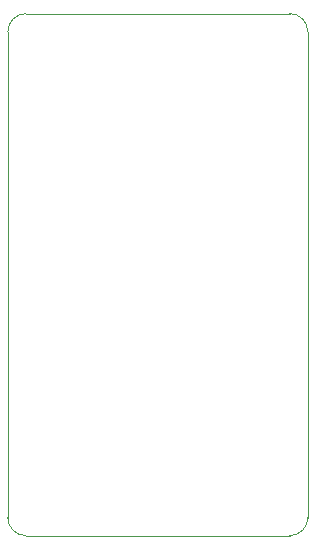
<source format=gbr>
%TF.GenerationSoftware,KiCad,Pcbnew,(5.1.9)-1*%
%TF.CreationDate,2021-12-20T22:20:38-08:00*%
%TF.ProjectId,MCL-102-2,4d434c2d-3130-4322-9d32-2e6b69636164,rev?*%
%TF.SameCoordinates,Original*%
%TF.FileFunction,Profile,NP*%
%FSLAX46Y46*%
G04 Gerber Fmt 4.6, Leading zero omitted, Abs format (unit mm)*
G04 Created by KiCad (PCBNEW (5.1.9)-1) date 2021-12-20 22:20:38*
%MOMM*%
%LPD*%
G01*
G04 APERTURE LIST*
%TA.AperFunction,Profile*%
%ADD10C,0.050000*%
%TD*%
G04 APERTURE END LIST*
D10*
X128524000Y-127000000D02*
G75*
G02*
X127000000Y-125476000I0J1524000D01*
G01*
X152400000Y-125476000D02*
G75*
G02*
X150876000Y-127000000I-1524000J0D01*
G01*
X150876000Y-82804000D02*
G75*
G02*
X152400000Y-84328000I0J-1524000D01*
G01*
X127000000Y-84328000D02*
G75*
G02*
X128524000Y-82804000I1524000J0D01*
G01*
X127000000Y-84328000D02*
X127000000Y-125476000D01*
X150876000Y-82804000D02*
X128524000Y-82804000D01*
X152400000Y-125476000D02*
X152400000Y-84328000D01*
X128524000Y-127000000D02*
X150876000Y-127000000D01*
M02*

</source>
